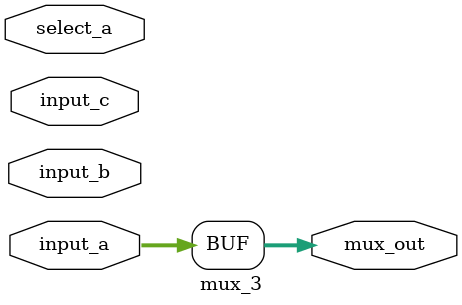
<source format=v>
module mux_3
  #(
   parameter integer DATA_W = 16
   )(
      input  wire [DATA_W-1:0] input_a,
      input  wire [DATA_W-1:0] input_b,
      input  wire [DATA_W-1:0] input_c,
      input  wire [1:0]       select_a,
      output reg  [DATA_W-1:0] mux_out
   );

   /*always@(*)begin
      if(select_a[1] == 1'b1)begin
         mux_out = input_c;
      end else begin
         if (select_a[0] == 1'b1) begin
            mux_out = input_a;
         end else mux_out = input_b;
      end
   end
   */

   always@(*) begin
      mux_out = input_a;
   end
endmodule

</source>
